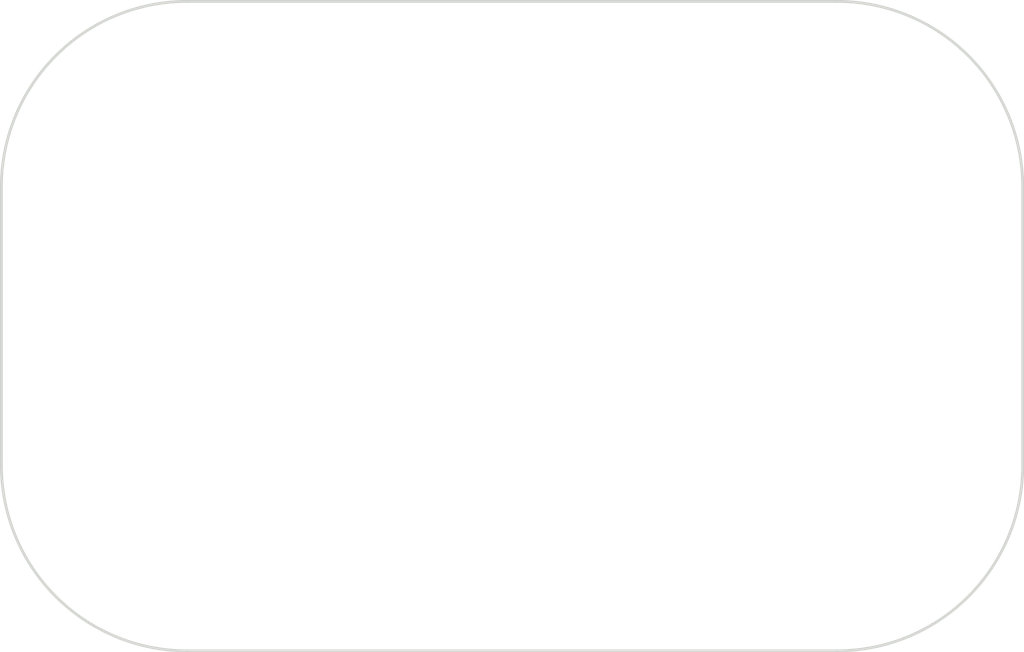
<source format=kicad_pcb>
(kicad_pcb (version 20221018) (generator pcbnew)

  (general
    (thickness 1.6)
  )

  (paper "A4")
  (layers
    (0 "F.Cu" signal)
    (1 "In1.Cu" power)
    (2 "In2.Cu" power)
    (31 "B.Cu" signal)
    (32 "B.Adhes" user "B.Adhesive")
    (33 "F.Adhes" user "F.Adhesive")
    (34 "B.Paste" user)
    (35 "F.Paste" user)
    (36 "B.SilkS" user "B.Silkscreen")
    (37 "F.SilkS" user "F.Silkscreen")
    (38 "B.Mask" user)
    (39 "F.Mask" user)
    (40 "Dwgs.User" user "User.Drawings")
    (41 "Cmts.User" user "User.Comments")
    (42 "Eco1.User" user "User.Eco1")
    (43 "Eco2.User" user "User.Eco2")
    (44 "Edge.Cuts" user)
    (45 "Margin" user)
    (46 "B.CrtYd" user "B.Courtyard")
    (47 "F.CrtYd" user "F.Courtyard")
    (48 "B.Fab" user)
    (49 "F.Fab" user)
  )

  (setup
    (pad_to_mask_clearance 0.05)
    (pcbplotparams
      (layerselection 0x0000030_80000001)
      (plot_on_all_layers_selection 0x0000000_00000000)
      (disableapertmacros false)
      (usegerberextensions false)
      (usegerberattributes true)
      (usegerberadvancedattributes true)
      (creategerberjobfile true)
      (dashed_line_dash_ratio 12.000000)
      (dashed_line_gap_ratio 3.000000)
      (svgprecision 4)
      (plotframeref false)
      (viasonmask false)
      (mode 1)
      (useauxorigin false)
      (hpglpennumber 1)
      (hpglpenspeed 20)
      (hpglpendiameter 15.000000)
      (dxfpolygonmode true)
      (dxfimperialunits true)
      (dxfusepcbnewfont true)
      (psnegative false)
      (psa4output false)
      (plotreference true)
      (plotvalue true)
      (plotinvisibletext false)
      (sketchpadsonfab false)
      (subtractmaskfromsilk false)
      (outputformat 1)
      (mirror false)
      (drillshape 1)
      (scaleselection 1)
      (outputdirectory "")
    )
  )

  (net 0 "")

  (gr_line (start 160.96636 104.93016) (end 160.96636 119.93016)
    (stroke (width 0.15) (type solid)) (layer "Edge.Cuts") (tstamp 00000000-0000-0000-0000-0000583a9803))
  (gr_line (start 115.96636 129.93016) (end 150.96636 129.93016)
    (stroke (width 0.15) (type solid)) (layer "Edge.Cuts") (tstamp 00000000-0000-0000-0000-0000583a980a))
  (gr_arc (start 105.96636 104.93016) (mid 108.895292 97.859092) (end 115.96636 94.93016)
    (stroke (width 0.15) (type solid)) (layer "Edge.Cuts") (tstamp 00000000-0000-0000-0000-0000583a988d))
  (gr_arc (start 160.96636 119.93016) (mid 158.037428 127.001228) (end 150.96636 129.93016)
    (stroke (width 0.15) (type solid)) (layer "Edge.Cuts") (tstamp 00000000-0000-0000-0000-0000583a98a1))
  (gr_arc (start 150.96636 94.93016) (mid 158.037428 97.859092) (end 160.96636 104.93016)
    (stroke (width 0.15) (type solid)) (layer "Edge.Cuts") (tstamp 00000000-0000-0000-0000-0000583a98ab))
  (gr_arc (start 115.96636 129.93016) (mid 108.895292 127.001228) (end 105.96636 119.93016)
    (stroke (width 0.15) (type solid)) (layer "Edge.Cuts") (tstamp 74208b50-a278-4c22-a25c-dea2f970ed49))
  (gr_line (start 115.96636 94.93016) (end 150.96636 94.93016)
    (stroke (width 0.15) (type solid)) (layer "Edge.Cuts") (tstamp b36b8064-475d-4054-b2f3-c7a4017c0c23))
  (gr_line (start 105.96636 104.93016) (end 105.96636 119.93016)
    (stroke (width 0.15) (type solid)) (layer "Edge.Cuts") (tstamp fe9d8d39-3f0e-4804-b259-45f07ecc08a6))

)

</source>
